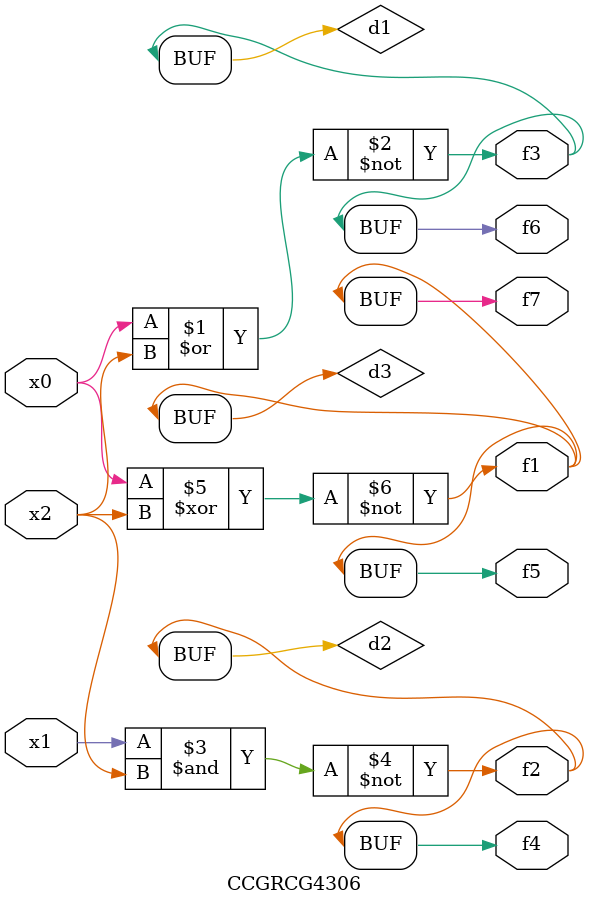
<source format=v>
module CCGRCG4306(
	input x0, x1, x2,
	output f1, f2, f3, f4, f5, f6, f7
);

	wire d1, d2, d3;

	nor (d1, x0, x2);
	nand (d2, x1, x2);
	xnor (d3, x0, x2);
	assign f1 = d3;
	assign f2 = d2;
	assign f3 = d1;
	assign f4 = d2;
	assign f5 = d3;
	assign f6 = d1;
	assign f7 = d3;
endmodule

</source>
